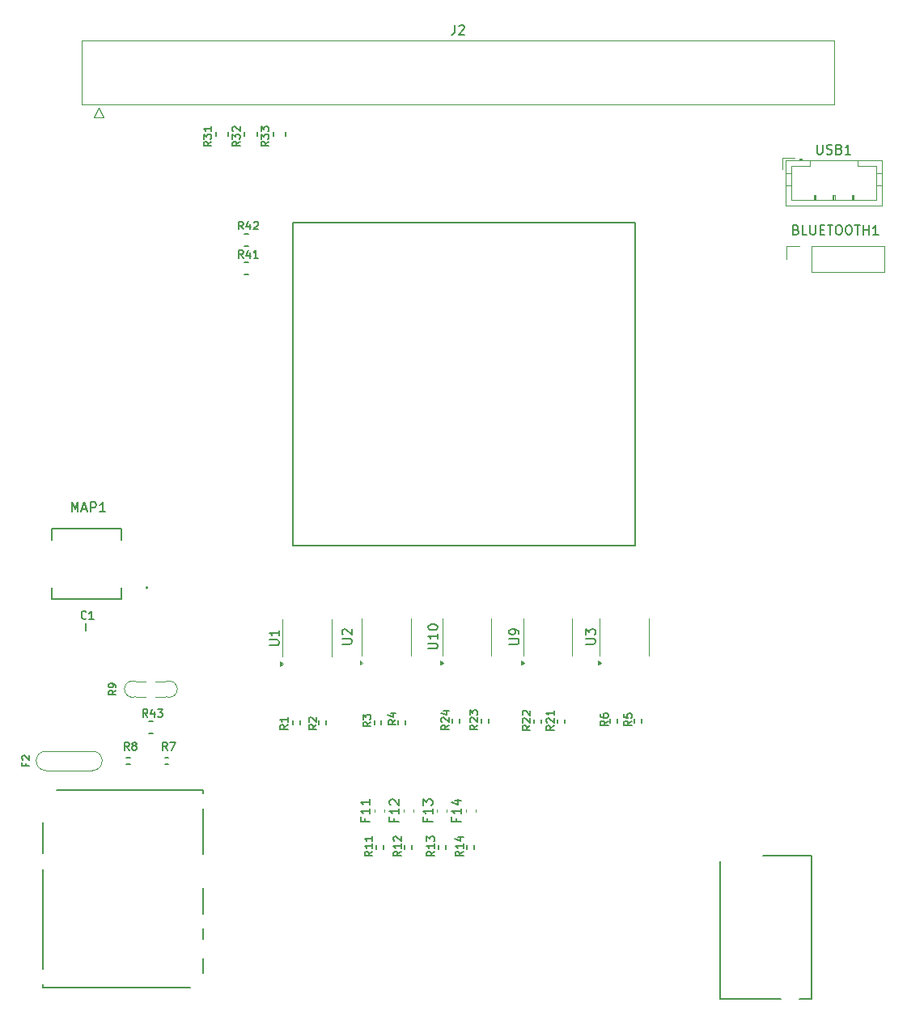
<source format=gto>
G04 #@! TF.GenerationSoftware,KiCad,Pcbnew,8.0.9-8.0.9-0~ubuntu24.04.1*
G04 #@! TF.CreationDate,2025-04-19T19:35:51+00:00*
G04 #@! TF.ProjectId,stabiljr,73746162-696c-46a7-922e-6b696361645f,V1*
G04 #@! TF.SameCoordinates,PX3a2c940PY8e93060*
G04 #@! TF.FileFunction,Legend,Top*
G04 #@! TF.FilePolarity,Positive*
%FSLAX46Y46*%
G04 Gerber Fmt 4.6, Leading zero omitted, Abs format (unit mm)*
G04 Created by KiCad (PCBNEW 8.0.9-8.0.9-0~ubuntu24.04.1) date 2025-04-19 19:35:51*
%MOMM*%
%LPD*%
G01*
G04 APERTURE LIST*
%ADD10C,0.170000*%
%ADD11C,0.150000*%
%ADD12C,0.127000*%
%ADD13C,0.203200*%
%ADD14C,0.200000*%
%ADD15C,0.099060*%
%ADD16C,0.120000*%
G04 APERTURE END LIST*
D10*
X31385808Y33775652D02*
X30995332Y33502319D01*
X31385808Y33307081D02*
X30565808Y33307081D01*
X30565808Y33307081D02*
X30565808Y33619462D01*
X30565808Y33619462D02*
X30604856Y33697557D01*
X30604856Y33697557D02*
X30643903Y33736604D01*
X30643903Y33736604D02*
X30721999Y33775652D01*
X30721999Y33775652D02*
X30839141Y33775652D01*
X30839141Y33775652D02*
X30917237Y33736604D01*
X30917237Y33736604D02*
X30956284Y33697557D01*
X30956284Y33697557D02*
X30995332Y33619462D01*
X30995332Y33619462D02*
X30995332Y33307081D01*
X31385808Y34556604D02*
X31385808Y34088033D01*
X31385808Y34322319D02*
X30565808Y34322319D01*
X30565808Y34322319D02*
X30682951Y34244223D01*
X30682951Y34244223D02*
X30761046Y34166128D01*
X30761046Y34166128D02*
X30800094Y34088033D01*
X56736985Y33690093D02*
X56346509Y33416760D01*
X56736985Y33221522D02*
X55916985Y33221522D01*
X55916985Y33221522D02*
X55916985Y33533903D01*
X55916985Y33533903D02*
X55956033Y33611998D01*
X55956033Y33611998D02*
X55995080Y33651045D01*
X55995080Y33651045D02*
X56073176Y33690093D01*
X56073176Y33690093D02*
X56190318Y33690093D01*
X56190318Y33690093D02*
X56268414Y33651045D01*
X56268414Y33651045D02*
X56307461Y33611998D01*
X56307461Y33611998D02*
X56346509Y33533903D01*
X56346509Y33533903D02*
X56346509Y33221522D01*
X55995080Y34002474D02*
X55956033Y34041522D01*
X55956033Y34041522D02*
X55916985Y34119617D01*
X55916985Y34119617D02*
X55916985Y34314855D01*
X55916985Y34314855D02*
X55956033Y34392950D01*
X55956033Y34392950D02*
X55995080Y34431998D01*
X55995080Y34431998D02*
X56073176Y34471045D01*
X56073176Y34471045D02*
X56151271Y34471045D01*
X56151271Y34471045D02*
X56268414Y34431998D01*
X56268414Y34431998D02*
X56736985Y33963426D01*
X56736985Y33963426D02*
X56736985Y34471045D01*
X55995080Y34783426D02*
X55956033Y34822474D01*
X55956033Y34822474D02*
X55916985Y34900569D01*
X55916985Y34900569D02*
X55916985Y35095807D01*
X55916985Y35095807D02*
X55956033Y35173902D01*
X55956033Y35173902D02*
X55995080Y35212950D01*
X55995080Y35212950D02*
X56073176Y35251997D01*
X56073176Y35251997D02*
X56151271Y35251997D01*
X56151271Y35251997D02*
X56268414Y35212950D01*
X56268414Y35212950D02*
X56736985Y34744378D01*
X56736985Y34744378D02*
X56736985Y35251997D01*
D11*
X8761905Y56045181D02*
X8761905Y57045181D01*
X8761905Y57045181D02*
X9095238Y56330896D01*
X9095238Y56330896D02*
X9428571Y57045181D01*
X9428571Y57045181D02*
X9428571Y56045181D01*
X9857143Y56330896D02*
X10333333Y56330896D01*
X9761905Y56045181D02*
X10095238Y57045181D01*
X10095238Y57045181D02*
X10428571Y56045181D01*
X10761905Y56045181D02*
X10761905Y57045181D01*
X10761905Y57045181D02*
X11142857Y57045181D01*
X11142857Y57045181D02*
X11238095Y56997562D01*
X11238095Y56997562D02*
X11285714Y56949943D01*
X11285714Y56949943D02*
X11333333Y56854705D01*
X11333333Y56854705D02*
X11333333Y56711848D01*
X11333333Y56711848D02*
X11285714Y56616610D01*
X11285714Y56616610D02*
X11238095Y56568991D01*
X11238095Y56568991D02*
X11142857Y56521372D01*
X11142857Y56521372D02*
X10761905Y56521372D01*
X12285714Y56045181D02*
X11714286Y56045181D01*
X12000000Y56045181D02*
X12000000Y57045181D01*
X12000000Y57045181D02*
X11904762Y56902324D01*
X11904762Y56902324D02*
X11809524Y56807086D01*
X11809524Y56807086D02*
X11714286Y56759467D01*
D12*
X13395890Y37373001D02*
X13033033Y37119001D01*
X13395890Y36937572D02*
X12633890Y36937572D01*
X12633890Y36937572D02*
X12633890Y37227858D01*
X12633890Y37227858D02*
X12670176Y37300429D01*
X12670176Y37300429D02*
X12706462Y37336715D01*
X12706462Y37336715D02*
X12779033Y37373001D01*
X12779033Y37373001D02*
X12887890Y37373001D01*
X12887890Y37373001D02*
X12960462Y37336715D01*
X12960462Y37336715D02*
X12996747Y37300429D01*
X12996747Y37300429D02*
X13033033Y37227858D01*
X13033033Y37227858D02*
X13033033Y36937572D01*
X13395890Y37735858D02*
X13395890Y37881001D01*
X13395890Y37881001D02*
X13359605Y37953572D01*
X13359605Y37953572D02*
X13323319Y37989858D01*
X13323319Y37989858D02*
X13214462Y38062429D01*
X13214462Y38062429D02*
X13069319Y38098715D01*
X13069319Y38098715D02*
X12779033Y38098715D01*
X12779033Y38098715D02*
X12706462Y38062429D01*
X12706462Y38062429D02*
X12670176Y38026143D01*
X12670176Y38026143D02*
X12633890Y37953572D01*
X12633890Y37953572D02*
X12633890Y37808429D01*
X12633890Y37808429D02*
X12670176Y37735858D01*
X12670176Y37735858D02*
X12706462Y37699572D01*
X12706462Y37699572D02*
X12779033Y37663286D01*
X12779033Y37663286D02*
X12960462Y37663286D01*
X12960462Y37663286D02*
X13033033Y37699572D01*
X13033033Y37699572D02*
X13069319Y37735858D01*
X13069319Y37735858D02*
X13105605Y37808429D01*
X13105605Y37808429D02*
X13105605Y37953572D01*
X13105605Y37953572D02*
X13069319Y38026143D01*
X13069319Y38026143D02*
X13033033Y38062429D01*
X13033033Y38062429D02*
X12960462Y38098715D01*
D10*
X40236985Y20540093D02*
X39846509Y20266760D01*
X40236985Y20071522D02*
X39416985Y20071522D01*
X39416985Y20071522D02*
X39416985Y20383903D01*
X39416985Y20383903D02*
X39456033Y20461998D01*
X39456033Y20461998D02*
X39495080Y20501045D01*
X39495080Y20501045D02*
X39573176Y20540093D01*
X39573176Y20540093D02*
X39690318Y20540093D01*
X39690318Y20540093D02*
X39768414Y20501045D01*
X39768414Y20501045D02*
X39807461Y20461998D01*
X39807461Y20461998D02*
X39846509Y20383903D01*
X39846509Y20383903D02*
X39846509Y20071522D01*
X40236985Y21321045D02*
X40236985Y20852474D01*
X40236985Y21086760D02*
X39416985Y21086760D01*
X39416985Y21086760D02*
X39534128Y21008664D01*
X39534128Y21008664D02*
X39612223Y20930569D01*
X39612223Y20930569D02*
X39651271Y20852474D01*
X40236985Y22101997D02*
X40236985Y21633426D01*
X40236985Y21867712D02*
X39416985Y21867712D01*
X39416985Y21867712D02*
X39534128Y21789616D01*
X39534128Y21789616D02*
X39612223Y21711521D01*
X39612223Y21711521D02*
X39651271Y21633426D01*
X49736985Y20540093D02*
X49346509Y20266760D01*
X49736985Y20071522D02*
X48916985Y20071522D01*
X48916985Y20071522D02*
X48916985Y20383903D01*
X48916985Y20383903D02*
X48956033Y20461998D01*
X48956033Y20461998D02*
X48995080Y20501045D01*
X48995080Y20501045D02*
X49073176Y20540093D01*
X49073176Y20540093D02*
X49190318Y20540093D01*
X49190318Y20540093D02*
X49268414Y20501045D01*
X49268414Y20501045D02*
X49307461Y20461998D01*
X49307461Y20461998D02*
X49346509Y20383903D01*
X49346509Y20383903D02*
X49346509Y20071522D01*
X49736985Y21321045D02*
X49736985Y20852474D01*
X49736985Y21086760D02*
X48916985Y21086760D01*
X48916985Y21086760D02*
X49034128Y21008664D01*
X49034128Y21008664D02*
X49112223Y20930569D01*
X49112223Y20930569D02*
X49151271Y20852474D01*
X49190318Y22023902D02*
X49736985Y22023902D01*
X48877938Y21828664D02*
X49463652Y21633426D01*
X49463652Y21633426D02*
X49463652Y22141045D01*
D11*
X39471009Y23977977D02*
X39471009Y23644644D01*
X39994819Y23644644D02*
X38994819Y23644644D01*
X38994819Y23644644D02*
X38994819Y24120834D01*
X39994819Y25025596D02*
X39994819Y24454168D01*
X39994819Y24739882D02*
X38994819Y24739882D01*
X38994819Y24739882D02*
X39137676Y24644644D01*
X39137676Y24644644D02*
X39232914Y24549406D01*
X39232914Y24549406D02*
X39280533Y24454168D01*
X39994819Y25977977D02*
X39994819Y25406549D01*
X39994819Y25692263D02*
X38994819Y25692263D01*
X38994819Y25692263D02*
X39137676Y25597025D01*
X39137676Y25597025D02*
X39232914Y25501787D01*
X39232914Y25501787D02*
X39280533Y25406549D01*
X37049819Y42213096D02*
X37859342Y42213096D01*
X37859342Y42213096D02*
X37954580Y42260715D01*
X37954580Y42260715D02*
X38002200Y42308334D01*
X38002200Y42308334D02*
X38049819Y42403572D01*
X38049819Y42403572D02*
X38049819Y42594048D01*
X38049819Y42594048D02*
X38002200Y42689286D01*
X38002200Y42689286D02*
X37954580Y42736905D01*
X37954580Y42736905D02*
X37859342Y42784524D01*
X37859342Y42784524D02*
X37049819Y42784524D01*
X37145057Y43213096D02*
X37097438Y43260715D01*
X37097438Y43260715D02*
X37049819Y43355953D01*
X37049819Y43355953D02*
X37049819Y43594048D01*
X37049819Y43594048D02*
X37097438Y43689286D01*
X37097438Y43689286D02*
X37145057Y43736905D01*
X37145057Y43736905D02*
X37240295Y43784524D01*
X37240295Y43784524D02*
X37335533Y43784524D01*
X37335533Y43784524D02*
X37478390Y43736905D01*
X37478390Y43736905D02*
X38049819Y43165477D01*
X38049819Y43165477D02*
X38049819Y43784524D01*
D10*
X26390807Y94775653D02*
X26000331Y94502319D01*
X26390807Y94307081D02*
X25570806Y94307081D01*
X25570806Y94307081D02*
X25570806Y94619462D01*
X25570806Y94619462D02*
X25609854Y94697557D01*
X25609854Y94697557D02*
X25648902Y94736605D01*
X25648902Y94736605D02*
X25726997Y94775653D01*
X25726997Y94775653D02*
X25844140Y94775653D01*
X25844140Y94775653D02*
X25922235Y94736605D01*
X25922235Y94736605D02*
X25961283Y94697557D01*
X25961283Y94697557D02*
X26000331Y94619462D01*
X26000331Y94619462D02*
X26000331Y94307081D01*
X25570806Y95048986D02*
X25570806Y95556606D01*
X25570806Y95556606D02*
X25883188Y95283272D01*
X25883188Y95283272D02*
X25883188Y95400415D01*
X25883188Y95400415D02*
X25922235Y95478511D01*
X25922235Y95478511D02*
X25961283Y95517558D01*
X25961283Y95517558D02*
X26039378Y95556606D01*
X26039378Y95556606D02*
X26234617Y95556606D01*
X26234617Y95556606D02*
X26312712Y95517558D01*
X26312712Y95517558D02*
X26351760Y95478511D01*
X26351760Y95478511D02*
X26390807Y95400415D01*
X26390807Y95400415D02*
X26390807Y95166129D01*
X26390807Y95166129D02*
X26351760Y95088034D01*
X26351760Y95088034D02*
X26312712Y95048986D01*
X25648902Y95868987D02*
X25609854Y95908035D01*
X25609854Y95908035D02*
X25570806Y95986130D01*
X25570806Y95986130D02*
X25570806Y96181368D01*
X25570806Y96181368D02*
X25609854Y96259464D01*
X25609854Y96259464D02*
X25648902Y96298511D01*
X25648902Y96298511D02*
X25726997Y96337559D01*
X25726997Y96337559D02*
X25805092Y96337559D01*
X25805092Y96337559D02*
X25922235Y96298511D01*
X25922235Y96298511D02*
X26390807Y95829939D01*
X26390807Y95829939D02*
X26390807Y96337559D01*
X42685808Y34275652D02*
X42295332Y34002319D01*
X42685808Y33807081D02*
X41865808Y33807081D01*
X41865808Y33807081D02*
X41865808Y34119462D01*
X41865808Y34119462D02*
X41904856Y34197557D01*
X41904856Y34197557D02*
X41943903Y34236604D01*
X41943903Y34236604D02*
X42021999Y34275652D01*
X42021999Y34275652D02*
X42139141Y34275652D01*
X42139141Y34275652D02*
X42217237Y34236604D01*
X42217237Y34236604D02*
X42256284Y34197557D01*
X42256284Y34197557D02*
X42295332Y34119462D01*
X42295332Y34119462D02*
X42295332Y33807081D01*
X42139141Y34978509D02*
X42685808Y34978509D01*
X41826761Y34783271D02*
X42412475Y34588033D01*
X42412475Y34588033D02*
X42412475Y35095652D01*
X48236985Y33740093D02*
X47846509Y33466760D01*
X48236985Y33271522D02*
X47416985Y33271522D01*
X47416985Y33271522D02*
X47416985Y33583903D01*
X47416985Y33583903D02*
X47456033Y33661998D01*
X47456033Y33661998D02*
X47495080Y33701045D01*
X47495080Y33701045D02*
X47573176Y33740093D01*
X47573176Y33740093D02*
X47690318Y33740093D01*
X47690318Y33740093D02*
X47768414Y33701045D01*
X47768414Y33701045D02*
X47807461Y33661998D01*
X47807461Y33661998D02*
X47846509Y33583903D01*
X47846509Y33583903D02*
X47846509Y33271522D01*
X47495080Y34052474D02*
X47456033Y34091522D01*
X47456033Y34091522D02*
X47416985Y34169617D01*
X47416985Y34169617D02*
X47416985Y34364855D01*
X47416985Y34364855D02*
X47456033Y34442950D01*
X47456033Y34442950D02*
X47495080Y34481998D01*
X47495080Y34481998D02*
X47573176Y34521045D01*
X47573176Y34521045D02*
X47651271Y34521045D01*
X47651271Y34521045D02*
X47768414Y34481998D01*
X47768414Y34481998D02*
X48236985Y34013426D01*
X48236985Y34013426D02*
X48236985Y34521045D01*
X47690318Y35223902D02*
X48236985Y35223902D01*
X47377938Y35028664D02*
X47963652Y34833426D01*
X47963652Y34833426D02*
X47963652Y35341045D01*
D11*
X86761905Y94445181D02*
X86761905Y93635658D01*
X86761905Y93635658D02*
X86809524Y93540420D01*
X86809524Y93540420D02*
X86857143Y93492800D01*
X86857143Y93492800D02*
X86952381Y93445181D01*
X86952381Y93445181D02*
X87142857Y93445181D01*
X87142857Y93445181D02*
X87238095Y93492800D01*
X87238095Y93492800D02*
X87285714Y93540420D01*
X87285714Y93540420D02*
X87333333Y93635658D01*
X87333333Y93635658D02*
X87333333Y94445181D01*
X87761905Y93492800D02*
X87904762Y93445181D01*
X87904762Y93445181D02*
X88142857Y93445181D01*
X88142857Y93445181D02*
X88238095Y93492800D01*
X88238095Y93492800D02*
X88285714Y93540420D01*
X88285714Y93540420D02*
X88333333Y93635658D01*
X88333333Y93635658D02*
X88333333Y93730896D01*
X88333333Y93730896D02*
X88285714Y93826134D01*
X88285714Y93826134D02*
X88238095Y93873753D01*
X88238095Y93873753D02*
X88142857Y93921372D01*
X88142857Y93921372D02*
X87952381Y93968991D01*
X87952381Y93968991D02*
X87857143Y94016610D01*
X87857143Y94016610D02*
X87809524Y94064229D01*
X87809524Y94064229D02*
X87761905Y94159467D01*
X87761905Y94159467D02*
X87761905Y94254705D01*
X87761905Y94254705D02*
X87809524Y94349943D01*
X87809524Y94349943D02*
X87857143Y94397562D01*
X87857143Y94397562D02*
X87952381Y94445181D01*
X87952381Y94445181D02*
X88190476Y94445181D01*
X88190476Y94445181D02*
X88333333Y94397562D01*
X89095238Y93968991D02*
X89238095Y93921372D01*
X89238095Y93921372D02*
X89285714Y93873753D01*
X89285714Y93873753D02*
X89333333Y93778515D01*
X89333333Y93778515D02*
X89333333Y93635658D01*
X89333333Y93635658D02*
X89285714Y93540420D01*
X89285714Y93540420D02*
X89238095Y93492800D01*
X89238095Y93492800D02*
X89142857Y93445181D01*
X89142857Y93445181D02*
X88761905Y93445181D01*
X88761905Y93445181D02*
X88761905Y94445181D01*
X88761905Y94445181D02*
X89095238Y94445181D01*
X89095238Y94445181D02*
X89190476Y94397562D01*
X89190476Y94397562D02*
X89238095Y94349943D01*
X89238095Y94349943D02*
X89285714Y94254705D01*
X89285714Y94254705D02*
X89285714Y94159467D01*
X89285714Y94159467D02*
X89238095Y94064229D01*
X89238095Y94064229D02*
X89190476Y94016610D01*
X89190476Y94016610D02*
X89095238Y93968991D01*
X89095238Y93968991D02*
X88761905Y93968991D01*
X90285714Y93445181D02*
X89714286Y93445181D01*
X90000000Y93445181D02*
X90000000Y94445181D01*
X90000000Y94445181D02*
X89904762Y94302324D01*
X89904762Y94302324D02*
X89809524Y94207086D01*
X89809524Y94207086D02*
X89714286Y94159467D01*
D10*
X40060808Y34077247D02*
X39670332Y33803914D01*
X40060808Y33608676D02*
X39240808Y33608676D01*
X39240808Y33608676D02*
X39240808Y33921057D01*
X39240808Y33921057D02*
X39279856Y33999152D01*
X39279856Y33999152D02*
X39318903Y34038199D01*
X39318903Y34038199D02*
X39396999Y34077247D01*
X39396999Y34077247D02*
X39514141Y34077247D01*
X39514141Y34077247D02*
X39592237Y34038199D01*
X39592237Y34038199D02*
X39631284Y33999152D01*
X39631284Y33999152D02*
X39670332Y33921057D01*
X39670332Y33921057D02*
X39670332Y33608676D01*
X39240808Y34350580D02*
X39240808Y34858199D01*
X39240808Y34858199D02*
X39553189Y34584866D01*
X39553189Y34584866D02*
X39553189Y34702009D01*
X39553189Y34702009D02*
X39592237Y34780104D01*
X39592237Y34780104D02*
X39631284Y34819152D01*
X39631284Y34819152D02*
X39709380Y34858199D01*
X39709380Y34858199D02*
X39904618Y34858199D01*
X39904618Y34858199D02*
X39982713Y34819152D01*
X39982713Y34819152D02*
X40021761Y34780104D01*
X40021761Y34780104D02*
X40060808Y34702009D01*
X40060808Y34702009D02*
X40060808Y34467723D01*
X40060808Y34467723D02*
X40021761Y34389628D01*
X40021761Y34389628D02*
X39982713Y34350580D01*
X67390808Y34175652D02*
X67000332Y33902319D01*
X67390808Y33707081D02*
X66570808Y33707081D01*
X66570808Y33707081D02*
X66570808Y34019462D01*
X66570808Y34019462D02*
X66609856Y34097557D01*
X66609856Y34097557D02*
X66648903Y34136604D01*
X66648903Y34136604D02*
X66726999Y34175652D01*
X66726999Y34175652D02*
X66844141Y34175652D01*
X66844141Y34175652D02*
X66922237Y34136604D01*
X66922237Y34136604D02*
X66961284Y34097557D01*
X66961284Y34097557D02*
X67000332Y34019462D01*
X67000332Y34019462D02*
X67000332Y33707081D01*
X66570808Y34917557D02*
X66570808Y34527081D01*
X66570808Y34527081D02*
X66961284Y34488033D01*
X66961284Y34488033D02*
X66922237Y34527081D01*
X66922237Y34527081D02*
X66883189Y34605176D01*
X66883189Y34605176D02*
X66883189Y34800414D01*
X66883189Y34800414D02*
X66922237Y34878509D01*
X66922237Y34878509D02*
X66961284Y34917557D01*
X66961284Y34917557D02*
X67039380Y34956604D01*
X67039380Y34956604D02*
X67234618Y34956604D01*
X67234618Y34956604D02*
X67312713Y34917557D01*
X67312713Y34917557D02*
X67351761Y34878509D01*
X67351761Y34878509D02*
X67390808Y34800414D01*
X67390808Y34800414D02*
X67390808Y34605176D01*
X67390808Y34605176D02*
X67351761Y34527081D01*
X67351761Y34527081D02*
X67312713Y34488033D01*
X23390807Y94775653D02*
X23000331Y94502319D01*
X23390807Y94307081D02*
X22570806Y94307081D01*
X22570806Y94307081D02*
X22570806Y94619462D01*
X22570806Y94619462D02*
X22609854Y94697557D01*
X22609854Y94697557D02*
X22648902Y94736605D01*
X22648902Y94736605D02*
X22726997Y94775653D01*
X22726997Y94775653D02*
X22844140Y94775653D01*
X22844140Y94775653D02*
X22922235Y94736605D01*
X22922235Y94736605D02*
X22961283Y94697557D01*
X22961283Y94697557D02*
X23000331Y94619462D01*
X23000331Y94619462D02*
X23000331Y94307081D01*
X22570806Y95048986D02*
X22570806Y95556606D01*
X22570806Y95556606D02*
X22883188Y95283272D01*
X22883188Y95283272D02*
X22883188Y95400415D01*
X22883188Y95400415D02*
X22922235Y95478511D01*
X22922235Y95478511D02*
X22961283Y95517558D01*
X22961283Y95517558D02*
X23039378Y95556606D01*
X23039378Y95556606D02*
X23234617Y95556606D01*
X23234617Y95556606D02*
X23312712Y95517558D01*
X23312712Y95517558D02*
X23351760Y95478511D01*
X23351760Y95478511D02*
X23390807Y95400415D01*
X23390807Y95400415D02*
X23390807Y95166129D01*
X23390807Y95166129D02*
X23351760Y95088034D01*
X23351760Y95088034D02*
X23312712Y95048986D01*
X23390807Y96337559D02*
X23390807Y95868987D01*
X23390807Y96103273D02*
X22570806Y96103273D01*
X22570806Y96103273D02*
X22687949Y96025178D01*
X22687949Y96025178D02*
X22766045Y95947082D01*
X22766045Y95947082D02*
X22805092Y95868987D01*
X26711957Y82588153D02*
X26438623Y82978629D01*
X26243385Y82588153D02*
X26243385Y83408154D01*
X26243385Y83408154D02*
X26555766Y83408154D01*
X26555766Y83408154D02*
X26633862Y83369106D01*
X26633862Y83369106D02*
X26672909Y83330058D01*
X26672909Y83330058D02*
X26711957Y83251963D01*
X26711957Y83251963D02*
X26711957Y83134820D01*
X26711957Y83134820D02*
X26672909Y83056725D01*
X26672909Y83056725D02*
X26633862Y83017677D01*
X26633862Y83017677D02*
X26555766Y82978629D01*
X26555766Y82978629D02*
X26243385Y82978629D01*
X27414815Y83134820D02*
X27414815Y82588153D01*
X27219577Y83447201D02*
X27024338Y82861486D01*
X27024338Y82861486D02*
X27531958Y82861486D01*
X28273863Y82588153D02*
X27805291Y82588153D01*
X28039577Y82588153D02*
X28039577Y83408154D01*
X28039577Y83408154D02*
X27961482Y83291011D01*
X27961482Y83291011D02*
X27883387Y83212915D01*
X27883387Y83212915D02*
X27805291Y83173868D01*
X43236985Y20540093D02*
X42846509Y20266760D01*
X43236985Y20071522D02*
X42416985Y20071522D01*
X42416985Y20071522D02*
X42416985Y20383903D01*
X42416985Y20383903D02*
X42456033Y20461998D01*
X42456033Y20461998D02*
X42495080Y20501045D01*
X42495080Y20501045D02*
X42573176Y20540093D01*
X42573176Y20540093D02*
X42690318Y20540093D01*
X42690318Y20540093D02*
X42768414Y20501045D01*
X42768414Y20501045D02*
X42807461Y20461998D01*
X42807461Y20461998D02*
X42846509Y20383903D01*
X42846509Y20383903D02*
X42846509Y20071522D01*
X43236985Y21321045D02*
X43236985Y20852474D01*
X43236985Y21086760D02*
X42416985Y21086760D01*
X42416985Y21086760D02*
X42534128Y21008664D01*
X42534128Y21008664D02*
X42612223Y20930569D01*
X42612223Y20930569D02*
X42651271Y20852474D01*
X42495080Y21633426D02*
X42456033Y21672474D01*
X42456033Y21672474D02*
X42416985Y21750569D01*
X42416985Y21750569D02*
X42416985Y21945807D01*
X42416985Y21945807D02*
X42456033Y22023902D01*
X42456033Y22023902D02*
X42495080Y22062950D01*
X42495080Y22062950D02*
X42573176Y22101997D01*
X42573176Y22101997D02*
X42651271Y22101997D01*
X42651271Y22101997D02*
X42768414Y22062950D01*
X42768414Y22062950D02*
X43236985Y21594378D01*
X43236985Y21594378D02*
X43236985Y22101997D01*
X26711957Y85588153D02*
X26438623Y85978629D01*
X26243385Y85588153D02*
X26243385Y86408154D01*
X26243385Y86408154D02*
X26555766Y86408154D01*
X26555766Y86408154D02*
X26633862Y86369106D01*
X26633862Y86369106D02*
X26672909Y86330058D01*
X26672909Y86330058D02*
X26711957Y86251963D01*
X26711957Y86251963D02*
X26711957Y86134820D01*
X26711957Y86134820D02*
X26672909Y86056725D01*
X26672909Y86056725D02*
X26633862Y86017677D01*
X26633862Y86017677D02*
X26555766Y85978629D01*
X26555766Y85978629D02*
X26243385Y85978629D01*
X27414815Y86134820D02*
X27414815Y85588153D01*
X27219577Y86447201D02*
X27024338Y85861486D01*
X27024338Y85861486D02*
X27531958Y85861486D01*
X27805291Y86330058D02*
X27844339Y86369106D01*
X27844339Y86369106D02*
X27922434Y86408154D01*
X27922434Y86408154D02*
X28117673Y86408154D01*
X28117673Y86408154D02*
X28195768Y86369106D01*
X28195768Y86369106D02*
X28234816Y86330058D01*
X28234816Y86330058D02*
X28273863Y86251963D01*
X28273863Y86251963D02*
X28273863Y86173868D01*
X28273863Y86173868D02*
X28234816Y86056725D01*
X28234816Y86056725D02*
X27766244Y85588153D01*
X27766244Y85588153D02*
X28273863Y85588153D01*
D11*
X54549819Y42213096D02*
X55359342Y42213096D01*
X55359342Y42213096D02*
X55454580Y42260715D01*
X55454580Y42260715D02*
X55502200Y42308334D01*
X55502200Y42308334D02*
X55549819Y42403572D01*
X55549819Y42403572D02*
X55549819Y42594048D01*
X55549819Y42594048D02*
X55502200Y42689286D01*
X55502200Y42689286D02*
X55454580Y42736905D01*
X55454580Y42736905D02*
X55359342Y42784524D01*
X55359342Y42784524D02*
X54549819Y42784524D01*
X55549819Y43308334D02*
X55549819Y43498810D01*
X55549819Y43498810D02*
X55502200Y43594048D01*
X55502200Y43594048D02*
X55454580Y43641667D01*
X55454580Y43641667D02*
X55311723Y43736905D01*
X55311723Y43736905D02*
X55121247Y43784524D01*
X55121247Y43784524D02*
X54740295Y43784524D01*
X54740295Y43784524D02*
X54645057Y43736905D01*
X54645057Y43736905D02*
X54597438Y43689286D01*
X54597438Y43689286D02*
X54549819Y43594048D01*
X54549819Y43594048D02*
X54549819Y43403572D01*
X54549819Y43403572D02*
X54597438Y43308334D01*
X54597438Y43308334D02*
X54645057Y43260715D01*
X54645057Y43260715D02*
X54740295Y43213096D01*
X54740295Y43213096D02*
X54978390Y43213096D01*
X54978390Y43213096D02*
X55073628Y43260715D01*
X55073628Y43260715D02*
X55121247Y43308334D01*
X55121247Y43308334D02*
X55168866Y43403572D01*
X55168866Y43403572D02*
X55168866Y43594048D01*
X55168866Y43594048D02*
X55121247Y43689286D01*
X55121247Y43689286D02*
X55073628Y43736905D01*
X55073628Y43736905D02*
X54978390Y43784524D01*
D10*
X16711957Y34588153D02*
X16438623Y34978629D01*
X16243385Y34588153D02*
X16243385Y35408154D01*
X16243385Y35408154D02*
X16555766Y35408154D01*
X16555766Y35408154D02*
X16633862Y35369106D01*
X16633862Y35369106D02*
X16672909Y35330058D01*
X16672909Y35330058D02*
X16711957Y35251963D01*
X16711957Y35251963D02*
X16711957Y35134820D01*
X16711957Y35134820D02*
X16672909Y35056725D01*
X16672909Y35056725D02*
X16633862Y35017677D01*
X16633862Y35017677D02*
X16555766Y34978629D01*
X16555766Y34978629D02*
X16243385Y34978629D01*
X17414815Y35134820D02*
X17414815Y34588153D01*
X17219577Y35447201D02*
X17024338Y34861486D01*
X17024338Y34861486D02*
X17531958Y34861486D01*
X17766244Y35408154D02*
X18273863Y35408154D01*
X18273863Y35408154D02*
X18000530Y35095772D01*
X18000530Y35095772D02*
X18117673Y35095772D01*
X18117673Y35095772D02*
X18195768Y35056725D01*
X18195768Y35056725D02*
X18234816Y35017677D01*
X18234816Y35017677D02*
X18273863Y34939582D01*
X18273863Y34939582D02*
X18273863Y34744343D01*
X18273863Y34744343D02*
X18234816Y34666248D01*
X18234816Y34666248D02*
X18195768Y34627200D01*
X18195768Y34627200D02*
X18117673Y34588153D01*
X18117673Y34588153D02*
X17883387Y34588153D01*
X17883387Y34588153D02*
X17805291Y34627200D01*
X17805291Y34627200D02*
X17766244Y34666248D01*
D11*
X49001009Y23977977D02*
X49001009Y23644644D01*
X49524819Y23644644D02*
X48524819Y23644644D01*
X48524819Y23644644D02*
X48524819Y24120834D01*
X49524819Y25025596D02*
X49524819Y24454168D01*
X49524819Y24739882D02*
X48524819Y24739882D01*
X48524819Y24739882D02*
X48667676Y24644644D01*
X48667676Y24644644D02*
X48762914Y24549406D01*
X48762914Y24549406D02*
X48810533Y24454168D01*
X48858152Y25882739D02*
X49524819Y25882739D01*
X48477200Y25644644D02*
X49191485Y25406549D01*
X49191485Y25406549D02*
X49191485Y26025596D01*
D12*
X3946768Y29746001D02*
X3946768Y29492001D01*
X4345911Y29492001D02*
X3583911Y29492001D01*
X3583911Y29492001D02*
X3583911Y29854858D01*
X3656483Y30108858D02*
X3620197Y30145144D01*
X3620197Y30145144D02*
X3583911Y30217715D01*
X3583911Y30217715D02*
X3583911Y30399144D01*
X3583911Y30399144D02*
X3620197Y30471715D01*
X3620197Y30471715D02*
X3656483Y30508001D01*
X3656483Y30508001D02*
X3729054Y30544287D01*
X3729054Y30544287D02*
X3801626Y30544287D01*
X3801626Y30544287D02*
X3910483Y30508001D01*
X3910483Y30508001D02*
X4345911Y30072573D01*
X4345911Y30072573D02*
X4345911Y30544287D01*
D10*
X51236985Y33740093D02*
X50846509Y33466760D01*
X51236985Y33271522D02*
X50416985Y33271522D01*
X50416985Y33271522D02*
X50416985Y33583903D01*
X50416985Y33583903D02*
X50456033Y33661998D01*
X50456033Y33661998D02*
X50495080Y33701045D01*
X50495080Y33701045D02*
X50573176Y33740093D01*
X50573176Y33740093D02*
X50690318Y33740093D01*
X50690318Y33740093D02*
X50768414Y33701045D01*
X50768414Y33701045D02*
X50807461Y33661998D01*
X50807461Y33661998D02*
X50846509Y33583903D01*
X50846509Y33583903D02*
X50846509Y33271522D01*
X50495080Y34052474D02*
X50456033Y34091522D01*
X50456033Y34091522D02*
X50416985Y34169617D01*
X50416985Y34169617D02*
X50416985Y34364855D01*
X50416985Y34364855D02*
X50456033Y34442950D01*
X50456033Y34442950D02*
X50495080Y34481998D01*
X50495080Y34481998D02*
X50573176Y34521045D01*
X50573176Y34521045D02*
X50651271Y34521045D01*
X50651271Y34521045D02*
X50768414Y34481998D01*
X50768414Y34481998D02*
X51236985Y34013426D01*
X51236985Y34013426D02*
X51236985Y34521045D01*
X50416985Y34794378D02*
X50416985Y35301997D01*
X50416985Y35301997D02*
X50729366Y35028664D01*
X50729366Y35028664D02*
X50729366Y35145807D01*
X50729366Y35145807D02*
X50768414Y35223902D01*
X50768414Y35223902D02*
X50807461Y35262950D01*
X50807461Y35262950D02*
X50885557Y35301997D01*
X50885557Y35301997D02*
X51080795Y35301997D01*
X51080795Y35301997D02*
X51158890Y35262950D01*
X51158890Y35262950D02*
X51197938Y35223902D01*
X51197938Y35223902D02*
X51236985Y35145807D01*
X51236985Y35145807D02*
X51236985Y34911521D01*
X51236985Y34911521D02*
X51197938Y34833426D01*
X51197938Y34833426D02*
X51158890Y34794378D01*
D11*
X84560952Y85543991D02*
X84703809Y85496372D01*
X84703809Y85496372D02*
X84751428Y85448753D01*
X84751428Y85448753D02*
X84799047Y85353515D01*
X84799047Y85353515D02*
X84799047Y85210658D01*
X84799047Y85210658D02*
X84751428Y85115420D01*
X84751428Y85115420D02*
X84703809Y85067800D01*
X84703809Y85067800D02*
X84608571Y85020181D01*
X84608571Y85020181D02*
X84227619Y85020181D01*
X84227619Y85020181D02*
X84227619Y86020181D01*
X84227619Y86020181D02*
X84560952Y86020181D01*
X84560952Y86020181D02*
X84656190Y85972562D01*
X84656190Y85972562D02*
X84703809Y85924943D01*
X84703809Y85924943D02*
X84751428Y85829705D01*
X84751428Y85829705D02*
X84751428Y85734467D01*
X84751428Y85734467D02*
X84703809Y85639229D01*
X84703809Y85639229D02*
X84656190Y85591610D01*
X84656190Y85591610D02*
X84560952Y85543991D01*
X84560952Y85543991D02*
X84227619Y85543991D01*
X85703809Y85020181D02*
X85227619Y85020181D01*
X85227619Y85020181D02*
X85227619Y86020181D01*
X86037143Y86020181D02*
X86037143Y85210658D01*
X86037143Y85210658D02*
X86084762Y85115420D01*
X86084762Y85115420D02*
X86132381Y85067800D01*
X86132381Y85067800D02*
X86227619Y85020181D01*
X86227619Y85020181D02*
X86418095Y85020181D01*
X86418095Y85020181D02*
X86513333Y85067800D01*
X86513333Y85067800D02*
X86560952Y85115420D01*
X86560952Y85115420D02*
X86608571Y85210658D01*
X86608571Y85210658D02*
X86608571Y86020181D01*
X87084762Y85543991D02*
X87418095Y85543991D01*
X87560952Y85020181D02*
X87084762Y85020181D01*
X87084762Y85020181D02*
X87084762Y86020181D01*
X87084762Y86020181D02*
X87560952Y86020181D01*
X87846667Y86020181D02*
X88418095Y86020181D01*
X88132381Y85020181D02*
X88132381Y86020181D01*
X88941905Y86020181D02*
X89132381Y86020181D01*
X89132381Y86020181D02*
X89227619Y85972562D01*
X89227619Y85972562D02*
X89322857Y85877324D01*
X89322857Y85877324D02*
X89370476Y85686848D01*
X89370476Y85686848D02*
X89370476Y85353515D01*
X89370476Y85353515D02*
X89322857Y85163039D01*
X89322857Y85163039D02*
X89227619Y85067800D01*
X89227619Y85067800D02*
X89132381Y85020181D01*
X89132381Y85020181D02*
X88941905Y85020181D01*
X88941905Y85020181D02*
X88846667Y85067800D01*
X88846667Y85067800D02*
X88751429Y85163039D01*
X88751429Y85163039D02*
X88703810Y85353515D01*
X88703810Y85353515D02*
X88703810Y85686848D01*
X88703810Y85686848D02*
X88751429Y85877324D01*
X88751429Y85877324D02*
X88846667Y85972562D01*
X88846667Y85972562D02*
X88941905Y86020181D01*
X89989524Y86020181D02*
X90180000Y86020181D01*
X90180000Y86020181D02*
X90275238Y85972562D01*
X90275238Y85972562D02*
X90370476Y85877324D01*
X90370476Y85877324D02*
X90418095Y85686848D01*
X90418095Y85686848D02*
X90418095Y85353515D01*
X90418095Y85353515D02*
X90370476Y85163039D01*
X90370476Y85163039D02*
X90275238Y85067800D01*
X90275238Y85067800D02*
X90180000Y85020181D01*
X90180000Y85020181D02*
X89989524Y85020181D01*
X89989524Y85020181D02*
X89894286Y85067800D01*
X89894286Y85067800D02*
X89799048Y85163039D01*
X89799048Y85163039D02*
X89751429Y85353515D01*
X89751429Y85353515D02*
X89751429Y85686848D01*
X89751429Y85686848D02*
X89799048Y85877324D01*
X89799048Y85877324D02*
X89894286Y85972562D01*
X89894286Y85972562D02*
X89989524Y86020181D01*
X90703810Y86020181D02*
X91275238Y86020181D01*
X90989524Y85020181D02*
X90989524Y86020181D01*
X91608572Y85020181D02*
X91608572Y86020181D01*
X91608572Y85543991D02*
X92180000Y85543991D01*
X92180000Y85020181D02*
X92180000Y86020181D01*
X93180000Y85020181D02*
X92608572Y85020181D01*
X92894286Y85020181D02*
X92894286Y86020181D01*
X92894286Y86020181D02*
X92799048Y85877324D01*
X92799048Y85877324D02*
X92703810Y85782086D01*
X92703810Y85782086D02*
X92608572Y85734467D01*
D10*
X14775651Y31109192D02*
X14502318Y31499668D01*
X14307080Y31109192D02*
X14307080Y31929192D01*
X14307080Y31929192D02*
X14619461Y31929192D01*
X14619461Y31929192D02*
X14697556Y31890144D01*
X14697556Y31890144D02*
X14736603Y31851097D01*
X14736603Y31851097D02*
X14775651Y31773001D01*
X14775651Y31773001D02*
X14775651Y31655859D01*
X14775651Y31655859D02*
X14736603Y31577763D01*
X14736603Y31577763D02*
X14697556Y31538716D01*
X14697556Y31538716D02*
X14619461Y31499668D01*
X14619461Y31499668D02*
X14307080Y31499668D01*
X15244222Y31577763D02*
X15166127Y31616811D01*
X15166127Y31616811D02*
X15127080Y31655859D01*
X15127080Y31655859D02*
X15088032Y31733954D01*
X15088032Y31733954D02*
X15088032Y31773001D01*
X15088032Y31773001D02*
X15127080Y31851097D01*
X15127080Y31851097D02*
X15166127Y31890144D01*
X15166127Y31890144D02*
X15244222Y31929192D01*
X15244222Y31929192D02*
X15400413Y31929192D01*
X15400413Y31929192D02*
X15478508Y31890144D01*
X15478508Y31890144D02*
X15517556Y31851097D01*
X15517556Y31851097D02*
X15556603Y31773001D01*
X15556603Y31773001D02*
X15556603Y31733954D01*
X15556603Y31733954D02*
X15517556Y31655859D01*
X15517556Y31655859D02*
X15478508Y31616811D01*
X15478508Y31616811D02*
X15400413Y31577763D01*
X15400413Y31577763D02*
X15244222Y31577763D01*
X15244222Y31577763D02*
X15166127Y31538716D01*
X15166127Y31538716D02*
X15127080Y31499668D01*
X15127080Y31499668D02*
X15088032Y31421573D01*
X15088032Y31421573D02*
X15088032Y31265382D01*
X15088032Y31265382D02*
X15127080Y31187287D01*
X15127080Y31187287D02*
X15166127Y31148239D01*
X15166127Y31148239D02*
X15244222Y31109192D01*
X15244222Y31109192D02*
X15400413Y31109192D01*
X15400413Y31109192D02*
X15478508Y31148239D01*
X15478508Y31148239D02*
X15517556Y31187287D01*
X15517556Y31187287D02*
X15556603Y31265382D01*
X15556603Y31265382D02*
X15556603Y31421573D01*
X15556603Y31421573D02*
X15517556Y31499668D01*
X15517556Y31499668D02*
X15478508Y31538716D01*
X15478508Y31538716D02*
X15400413Y31577763D01*
X29390807Y94775653D02*
X29000331Y94502319D01*
X29390807Y94307081D02*
X28570806Y94307081D01*
X28570806Y94307081D02*
X28570806Y94619462D01*
X28570806Y94619462D02*
X28609854Y94697557D01*
X28609854Y94697557D02*
X28648902Y94736605D01*
X28648902Y94736605D02*
X28726997Y94775653D01*
X28726997Y94775653D02*
X28844140Y94775653D01*
X28844140Y94775653D02*
X28922235Y94736605D01*
X28922235Y94736605D02*
X28961283Y94697557D01*
X28961283Y94697557D02*
X29000331Y94619462D01*
X29000331Y94619462D02*
X29000331Y94307081D01*
X28570806Y95048986D02*
X28570806Y95556606D01*
X28570806Y95556606D02*
X28883188Y95283272D01*
X28883188Y95283272D02*
X28883188Y95400415D01*
X28883188Y95400415D02*
X28922235Y95478511D01*
X28922235Y95478511D02*
X28961283Y95517558D01*
X28961283Y95517558D02*
X29039378Y95556606D01*
X29039378Y95556606D02*
X29234617Y95556606D01*
X29234617Y95556606D02*
X29312712Y95517558D01*
X29312712Y95517558D02*
X29351760Y95478511D01*
X29351760Y95478511D02*
X29390807Y95400415D01*
X29390807Y95400415D02*
X29390807Y95166129D01*
X29390807Y95166129D02*
X29351760Y95088034D01*
X29351760Y95088034D02*
X29312712Y95048986D01*
X28570806Y95829939D02*
X28570806Y96337559D01*
X28570806Y96337559D02*
X28883188Y96064225D01*
X28883188Y96064225D02*
X28883188Y96181368D01*
X28883188Y96181368D02*
X28922235Y96259464D01*
X28922235Y96259464D02*
X28961283Y96298511D01*
X28961283Y96298511D02*
X29039378Y96337559D01*
X29039378Y96337559D02*
X29234617Y96337559D01*
X29234617Y96337559D02*
X29312712Y96298511D01*
X29312712Y96298511D02*
X29351760Y96259464D01*
X29351760Y96259464D02*
X29390807Y96181368D01*
X29390807Y96181368D02*
X29390807Y95947082D01*
X29390807Y95947082D02*
X29351760Y95868987D01*
X29351760Y95868987D02*
X29312712Y95829939D01*
D11*
X29444819Y42088096D02*
X30254342Y42088096D01*
X30254342Y42088096D02*
X30349580Y42135715D01*
X30349580Y42135715D02*
X30397200Y42183334D01*
X30397200Y42183334D02*
X30444819Y42278572D01*
X30444819Y42278572D02*
X30444819Y42469048D01*
X30444819Y42469048D02*
X30397200Y42564286D01*
X30397200Y42564286D02*
X30349580Y42611905D01*
X30349580Y42611905D02*
X30254342Y42659524D01*
X30254342Y42659524D02*
X29444819Y42659524D01*
X30444819Y43659524D02*
X30444819Y43088096D01*
X30444819Y43373810D02*
X29444819Y43373810D01*
X29444819Y43373810D02*
X29587676Y43278572D01*
X29587676Y43278572D02*
X29682914Y43183334D01*
X29682914Y43183334D02*
X29730533Y43088096D01*
D10*
X46736985Y20540093D02*
X46346509Y20266760D01*
X46736985Y20071522D02*
X45916985Y20071522D01*
X45916985Y20071522D02*
X45916985Y20383903D01*
X45916985Y20383903D02*
X45956033Y20461998D01*
X45956033Y20461998D02*
X45995080Y20501045D01*
X45995080Y20501045D02*
X46073176Y20540093D01*
X46073176Y20540093D02*
X46190318Y20540093D01*
X46190318Y20540093D02*
X46268414Y20501045D01*
X46268414Y20501045D02*
X46307461Y20461998D01*
X46307461Y20461998D02*
X46346509Y20383903D01*
X46346509Y20383903D02*
X46346509Y20071522D01*
X46736985Y21321045D02*
X46736985Y20852474D01*
X46736985Y21086760D02*
X45916985Y21086760D01*
X45916985Y21086760D02*
X46034128Y21008664D01*
X46034128Y21008664D02*
X46112223Y20930569D01*
X46112223Y20930569D02*
X46151271Y20852474D01*
X45916985Y21594378D02*
X45916985Y22101997D01*
X45916985Y22101997D02*
X46229366Y21828664D01*
X46229366Y21828664D02*
X46229366Y21945807D01*
X46229366Y21945807D02*
X46268414Y22023902D01*
X46268414Y22023902D02*
X46307461Y22062950D01*
X46307461Y22062950D02*
X46385557Y22101997D01*
X46385557Y22101997D02*
X46580795Y22101997D01*
X46580795Y22101997D02*
X46658890Y22062950D01*
X46658890Y22062950D02*
X46697938Y22023902D01*
X46697938Y22023902D02*
X46736985Y21945807D01*
X46736985Y21945807D02*
X46736985Y21711521D01*
X46736985Y21711521D02*
X46697938Y21633426D01*
X46697938Y21633426D02*
X46658890Y21594378D01*
X18775651Y31109192D02*
X18502318Y31499668D01*
X18307080Y31109192D02*
X18307080Y31929192D01*
X18307080Y31929192D02*
X18619461Y31929192D01*
X18619461Y31929192D02*
X18697556Y31890144D01*
X18697556Y31890144D02*
X18736603Y31851097D01*
X18736603Y31851097D02*
X18775651Y31773001D01*
X18775651Y31773001D02*
X18775651Y31655859D01*
X18775651Y31655859D02*
X18736603Y31577763D01*
X18736603Y31577763D02*
X18697556Y31538716D01*
X18697556Y31538716D02*
X18619461Y31499668D01*
X18619461Y31499668D02*
X18307080Y31499668D01*
X19048984Y31929192D02*
X19595651Y31929192D01*
X19595651Y31929192D02*
X19244222Y31109192D01*
X59236985Y33690093D02*
X58846509Y33416760D01*
X59236985Y33221522D02*
X58416985Y33221522D01*
X58416985Y33221522D02*
X58416985Y33533903D01*
X58416985Y33533903D02*
X58456033Y33611998D01*
X58456033Y33611998D02*
X58495080Y33651045D01*
X58495080Y33651045D02*
X58573176Y33690093D01*
X58573176Y33690093D02*
X58690318Y33690093D01*
X58690318Y33690093D02*
X58768414Y33651045D01*
X58768414Y33651045D02*
X58807461Y33611998D01*
X58807461Y33611998D02*
X58846509Y33533903D01*
X58846509Y33533903D02*
X58846509Y33221522D01*
X58495080Y34002474D02*
X58456033Y34041522D01*
X58456033Y34041522D02*
X58416985Y34119617D01*
X58416985Y34119617D02*
X58416985Y34314855D01*
X58416985Y34314855D02*
X58456033Y34392950D01*
X58456033Y34392950D02*
X58495080Y34431998D01*
X58495080Y34431998D02*
X58573176Y34471045D01*
X58573176Y34471045D02*
X58651271Y34471045D01*
X58651271Y34471045D02*
X58768414Y34431998D01*
X58768414Y34431998D02*
X59236985Y33963426D01*
X59236985Y33963426D02*
X59236985Y34471045D01*
X59236985Y35251997D02*
X59236985Y34783426D01*
X59236985Y35017712D02*
X58416985Y35017712D01*
X58416985Y35017712D02*
X58534128Y34939616D01*
X58534128Y34939616D02*
X58612223Y34861521D01*
X58612223Y34861521D02*
X58651271Y34783426D01*
D11*
X42501009Y23977977D02*
X42501009Y23644644D01*
X43024819Y23644644D02*
X42024819Y23644644D01*
X42024819Y23644644D02*
X42024819Y24120834D01*
X43024819Y25025596D02*
X43024819Y24454168D01*
X43024819Y24739882D02*
X42024819Y24739882D01*
X42024819Y24739882D02*
X42167676Y24644644D01*
X42167676Y24644644D02*
X42262914Y24549406D01*
X42262914Y24549406D02*
X42310533Y24454168D01*
X42120057Y25406549D02*
X42072438Y25454168D01*
X42072438Y25454168D02*
X42024819Y25549406D01*
X42024819Y25549406D02*
X42024819Y25787501D01*
X42024819Y25787501D02*
X42072438Y25882739D01*
X42072438Y25882739D02*
X42120057Y25930358D01*
X42120057Y25930358D02*
X42215295Y25977977D01*
X42215295Y25977977D02*
X42310533Y25977977D01*
X42310533Y25977977D02*
X42453390Y25930358D01*
X42453390Y25930358D02*
X43024819Y25358930D01*
X43024819Y25358930D02*
X43024819Y25977977D01*
D10*
X64890808Y34175652D02*
X64500332Y33902319D01*
X64890808Y33707081D02*
X64070808Y33707081D01*
X64070808Y33707081D02*
X64070808Y34019462D01*
X64070808Y34019462D02*
X64109856Y34097557D01*
X64109856Y34097557D02*
X64148903Y34136604D01*
X64148903Y34136604D02*
X64226999Y34175652D01*
X64226999Y34175652D02*
X64344141Y34175652D01*
X64344141Y34175652D02*
X64422237Y34136604D01*
X64422237Y34136604D02*
X64461284Y34097557D01*
X64461284Y34097557D02*
X64500332Y34019462D01*
X64500332Y34019462D02*
X64500332Y33707081D01*
X64070808Y34878509D02*
X64070808Y34722319D01*
X64070808Y34722319D02*
X64109856Y34644223D01*
X64109856Y34644223D02*
X64148903Y34605176D01*
X64148903Y34605176D02*
X64266046Y34527081D01*
X64266046Y34527081D02*
X64422237Y34488033D01*
X64422237Y34488033D02*
X64734618Y34488033D01*
X64734618Y34488033D02*
X64812713Y34527081D01*
X64812713Y34527081D02*
X64851761Y34566128D01*
X64851761Y34566128D02*
X64890808Y34644223D01*
X64890808Y34644223D02*
X64890808Y34800414D01*
X64890808Y34800414D02*
X64851761Y34878509D01*
X64851761Y34878509D02*
X64812713Y34917557D01*
X64812713Y34917557D02*
X64734618Y34956604D01*
X64734618Y34956604D02*
X64539380Y34956604D01*
X64539380Y34956604D02*
X64461284Y34917557D01*
X64461284Y34917557D02*
X64422237Y34878509D01*
X64422237Y34878509D02*
X64383189Y34800414D01*
X64383189Y34800414D02*
X64383189Y34644223D01*
X64383189Y34644223D02*
X64422237Y34566128D01*
X64422237Y34566128D02*
X64461284Y34527081D01*
X64461284Y34527081D02*
X64539380Y34488033D01*
D11*
X62549819Y42213096D02*
X63359342Y42213096D01*
X63359342Y42213096D02*
X63454580Y42260715D01*
X63454580Y42260715D02*
X63502200Y42308334D01*
X63502200Y42308334D02*
X63549819Y42403572D01*
X63549819Y42403572D02*
X63549819Y42594048D01*
X63549819Y42594048D02*
X63502200Y42689286D01*
X63502200Y42689286D02*
X63454580Y42736905D01*
X63454580Y42736905D02*
X63359342Y42784524D01*
X63359342Y42784524D02*
X62549819Y42784524D01*
X62549819Y43165477D02*
X62549819Y43784524D01*
X62549819Y43784524D02*
X62930771Y43451191D01*
X62930771Y43451191D02*
X62930771Y43594048D01*
X62930771Y43594048D02*
X62978390Y43689286D01*
X62978390Y43689286D02*
X63026009Y43736905D01*
X63026009Y43736905D02*
X63121247Y43784524D01*
X63121247Y43784524D02*
X63359342Y43784524D01*
X63359342Y43784524D02*
X63454580Y43736905D01*
X63454580Y43736905D02*
X63502200Y43689286D01*
X63502200Y43689286D02*
X63549819Y43594048D01*
X63549819Y43594048D02*
X63549819Y43308334D01*
X63549819Y43308334D02*
X63502200Y43213096D01*
X63502200Y43213096D02*
X63454580Y43165477D01*
X46001009Y23977977D02*
X46001009Y23644644D01*
X46524819Y23644644D02*
X45524819Y23644644D01*
X45524819Y23644644D02*
X45524819Y24120834D01*
X46524819Y25025596D02*
X46524819Y24454168D01*
X46524819Y24739882D02*
X45524819Y24739882D01*
X45524819Y24739882D02*
X45667676Y24644644D01*
X45667676Y24644644D02*
X45762914Y24549406D01*
X45762914Y24549406D02*
X45810533Y24454168D01*
X45524819Y25358930D02*
X45524819Y25977977D01*
X45524819Y25977977D02*
X45905771Y25644644D01*
X45905771Y25644644D02*
X45905771Y25787501D01*
X45905771Y25787501D02*
X45953390Y25882739D01*
X45953390Y25882739D02*
X46001009Y25930358D01*
X46001009Y25930358D02*
X46096247Y25977977D01*
X46096247Y25977977D02*
X46334342Y25977977D01*
X46334342Y25977977D02*
X46429580Y25930358D01*
X46429580Y25930358D02*
X46477200Y25882739D01*
X46477200Y25882739D02*
X46524819Y25787501D01*
X46524819Y25787501D02*
X46524819Y25501787D01*
X46524819Y25501787D02*
X46477200Y25406549D01*
X46477200Y25406549D02*
X46429580Y25358930D01*
X46049819Y41736906D02*
X46859342Y41736906D01*
X46859342Y41736906D02*
X46954580Y41784525D01*
X46954580Y41784525D02*
X47002200Y41832144D01*
X47002200Y41832144D02*
X47049819Y41927382D01*
X47049819Y41927382D02*
X47049819Y42117858D01*
X47049819Y42117858D02*
X47002200Y42213096D01*
X47002200Y42213096D02*
X46954580Y42260715D01*
X46954580Y42260715D02*
X46859342Y42308334D01*
X46859342Y42308334D02*
X46049819Y42308334D01*
X47049819Y43308334D02*
X47049819Y42736906D01*
X47049819Y43022620D02*
X46049819Y43022620D01*
X46049819Y43022620D02*
X46192676Y42927382D01*
X46192676Y42927382D02*
X46287914Y42832144D01*
X46287914Y42832144D02*
X46335533Y42736906D01*
X46049819Y43927382D02*
X46049819Y44022620D01*
X46049819Y44022620D02*
X46097438Y44117858D01*
X46097438Y44117858D02*
X46145057Y44165477D01*
X46145057Y44165477D02*
X46240295Y44213096D01*
X46240295Y44213096D02*
X46430771Y44260715D01*
X46430771Y44260715D02*
X46668866Y44260715D01*
X46668866Y44260715D02*
X46859342Y44213096D01*
X46859342Y44213096D02*
X46954580Y44165477D01*
X46954580Y44165477D02*
X47002200Y44117858D01*
X47002200Y44117858D02*
X47049819Y44022620D01*
X47049819Y44022620D02*
X47049819Y43927382D01*
X47049819Y43927382D02*
X47002200Y43832144D01*
X47002200Y43832144D02*
X46954580Y43784525D01*
X46954580Y43784525D02*
X46859342Y43736906D01*
X46859342Y43736906D02*
X46668866Y43689287D01*
X46668866Y43689287D02*
X46430771Y43689287D01*
X46430771Y43689287D02*
X46240295Y43736906D01*
X46240295Y43736906D02*
X46145057Y43784525D01*
X46145057Y43784525D02*
X46097438Y43832144D01*
X46097438Y43832144D02*
X46049819Y43927382D01*
D10*
X10277532Y44927418D02*
X10238484Y44888370D01*
X10238484Y44888370D02*
X10121341Y44849323D01*
X10121341Y44849323D02*
X10043246Y44849323D01*
X10043246Y44849323D02*
X9926103Y44888370D01*
X9926103Y44888370D02*
X9848008Y44966466D01*
X9848008Y44966466D02*
X9808960Y45044561D01*
X9808960Y45044561D02*
X9769912Y45200752D01*
X9769912Y45200752D02*
X9769912Y45317895D01*
X9769912Y45317895D02*
X9808960Y45474085D01*
X9808960Y45474085D02*
X9848008Y45552181D01*
X9848008Y45552181D02*
X9926103Y45630276D01*
X9926103Y45630276D02*
X10043246Y45669324D01*
X10043246Y45669324D02*
X10121341Y45669324D01*
X10121341Y45669324D02*
X10238484Y45630276D01*
X10238484Y45630276D02*
X10277532Y45591228D01*
X11058485Y44849323D02*
X10589913Y44849323D01*
X10824199Y44849323D02*
X10824199Y45669324D01*
X10824199Y45669324D02*
X10746104Y45552181D01*
X10746104Y45552181D02*
X10668009Y45474085D01*
X10668009Y45474085D02*
X10589913Y45435038D01*
D11*
X48846666Y106945181D02*
X48846666Y106230896D01*
X48846666Y106230896D02*
X48799047Y106088039D01*
X48799047Y106088039D02*
X48703809Y105992800D01*
X48703809Y105992800D02*
X48560952Y105945181D01*
X48560952Y105945181D02*
X48465714Y105945181D01*
X49275238Y106849943D02*
X49322857Y106897562D01*
X49322857Y106897562D02*
X49418095Y106945181D01*
X49418095Y106945181D02*
X49656190Y106945181D01*
X49656190Y106945181D02*
X49751428Y106897562D01*
X49751428Y106897562D02*
X49799047Y106849943D01*
X49799047Y106849943D02*
X49846666Y106754705D01*
X49846666Y106754705D02*
X49846666Y106659467D01*
X49846666Y106659467D02*
X49799047Y106516610D01*
X49799047Y106516610D02*
X49227619Y105945181D01*
X49227619Y105945181D02*
X49846666Y105945181D01*
D10*
X34385808Y33775652D02*
X33995332Y33502319D01*
X34385808Y33307081D02*
X33565808Y33307081D01*
X33565808Y33307081D02*
X33565808Y33619462D01*
X33565808Y33619462D02*
X33604856Y33697557D01*
X33604856Y33697557D02*
X33643903Y33736604D01*
X33643903Y33736604D02*
X33721999Y33775652D01*
X33721999Y33775652D02*
X33839141Y33775652D01*
X33839141Y33775652D02*
X33917237Y33736604D01*
X33917237Y33736604D02*
X33956284Y33697557D01*
X33956284Y33697557D02*
X33995332Y33619462D01*
X33995332Y33619462D02*
X33995332Y33307081D01*
X33643903Y34088033D02*
X33604856Y34127081D01*
X33604856Y34127081D02*
X33565808Y34205176D01*
X33565808Y34205176D02*
X33565808Y34400414D01*
X33565808Y34400414D02*
X33604856Y34478509D01*
X33604856Y34478509D02*
X33643903Y34517557D01*
X33643903Y34517557D02*
X33721999Y34556604D01*
X33721999Y34556604D02*
X33800094Y34556604D01*
X33800094Y34556604D02*
X33917237Y34517557D01*
X33917237Y34517557D02*
X34385808Y34048985D01*
X34385808Y34048985D02*
X34385808Y34556604D01*
D13*
G04 #@! TO.C,R1*
X31924160Y34201056D02*
X31924149Y33801057D01*
X32669995Y34200000D02*
X32669985Y33800000D01*
G04 #@! TO.C,R22*
X57125005Y33950000D02*
X57125015Y34350000D01*
X57870840Y33948944D02*
X57870851Y34348943D01*
D12*
G04 #@! TO.C,MAP1*
X6637500Y54277500D02*
X6637500Y53115000D01*
X6637500Y46912500D02*
X6637500Y48075000D01*
X14002500Y54277500D02*
X6637500Y54277500D01*
X14002500Y54277500D02*
X14002500Y53115000D01*
X14002500Y46912500D02*
X6637500Y46912500D01*
X14002500Y46912500D02*
X14002500Y48075000D01*
D14*
X16720000Y48100000D02*
G75*
G02*
X16520000Y48100000I-100000J0D01*
G01*
X16520000Y48100000D02*
G75*
G02*
X16720000Y48100000I100000J0D01*
G01*
D15*
G04 #@! TO.C,R9*
X15525979Y38300000D02*
X16541979Y38300000D01*
X16541979Y36700000D02*
X15525979Y36700000D01*
X17557979Y38300000D02*
X18573979Y38300000D01*
X18573979Y36700000D02*
X17557979Y36700000D01*
D16*
X15466377Y36696505D02*
G75*
G02*
X15474979Y38300000I-321398J803495D01*
G01*
X18624979Y38300000D02*
G75*
G02*
X18628979Y36698362I330000J-800000D01*
G01*
D13*
G04 #@! TO.C,R11*
X40625005Y20800000D02*
X40625015Y21200000D01*
X41370840Y20798944D02*
X41370851Y21198943D01*
G04 #@! TO.C,R14*
X50125005Y20800000D02*
X50125015Y21200000D01*
X50870840Y20798944D02*
X50870851Y21198943D01*
D16*
G04 #@! TO.C,F11*
X40460000Y24624721D02*
X40460000Y24950279D01*
X41480000Y24624721D02*
X41480000Y24950279D01*
G04 #@! TO.C,U2*
X39130000Y42975000D02*
X39130000Y44925000D01*
X39130000Y42975000D02*
X39130000Y41025000D01*
X44250000Y42975000D02*
X44250000Y44925000D01*
X44250000Y42975000D02*
X44250000Y41025000D01*
X39225000Y40275000D02*
X38895000Y40035000D01*
X38895000Y40515000D01*
X39225000Y40275000D01*
G36*
X39225000Y40275000D02*
G01*
X38895000Y40035000D01*
X38895000Y40515000D01*
X39225000Y40275000D01*
G37*
D14*
G04 #@! TO.C,R32*
X26847073Y95754388D02*
X26847073Y95354388D01*
X28150001Y95749999D02*
X28150001Y95349999D01*
D13*
G04 #@! TO.C,R4*
X42924160Y34201056D02*
X42924149Y33801057D01*
X43669995Y34200000D02*
X43669985Y33800000D01*
G04 #@! TO.C,R24*
X48625005Y34000000D02*
X48625015Y34400000D01*
X49370840Y33998944D02*
X49370851Y34398943D01*
D14*
G04 #@! TO.C,M4*
X76575000Y19525000D02*
X76575000Y5125000D01*
X76575000Y5125000D02*
X82975000Y5125000D01*
X86175000Y20125000D02*
X81075000Y20125000D01*
X86175000Y5125000D02*
X84875000Y5125000D01*
X86175000Y5125000D02*
X86175000Y20125000D01*
D16*
G04 #@! TO.C,USB1*
X83140000Y93110000D02*
X83140000Y91860000D01*
X83440000Y92810000D02*
X83440000Y88090000D01*
X83440000Y91500000D02*
X84050000Y91500000D01*
X83440000Y90200000D02*
X84050000Y90200000D01*
X83440000Y88090000D02*
X93560000Y88090000D01*
X84050000Y92200000D02*
X84050000Y88700000D01*
X84050000Y88700000D02*
X92950000Y88700000D01*
X84390000Y93110000D02*
X83140000Y93110000D01*
X84900000Y93010000D02*
X84900000Y92810000D01*
X85200000Y93010000D02*
X84900000Y93010000D01*
X85200000Y92910000D02*
X84900000Y92910000D01*
X85200000Y92810000D02*
X85200000Y93010000D01*
X86000000Y92810000D02*
X86000000Y92200000D01*
X86000000Y92200000D02*
X84050000Y92200000D01*
X86400000Y89200000D02*
X86600000Y89200000D01*
X86400000Y88700000D02*
X86400000Y89200000D01*
X86500000Y88700000D02*
X86500000Y89200000D01*
X86600000Y89200000D02*
X86600000Y88700000D01*
X88400000Y89200000D02*
X88600000Y89200000D01*
X88400000Y88700000D02*
X88400000Y89200000D01*
X88500000Y88700000D02*
X88500000Y89200000D01*
X88600000Y89200000D02*
X88600000Y88700000D01*
X90400000Y89200000D02*
X90600000Y89200000D01*
X90400000Y88700000D02*
X90400000Y89200000D01*
X90500000Y88700000D02*
X90500000Y89200000D01*
X90600000Y89200000D02*
X90600000Y88700000D01*
X91000000Y92200000D02*
X91000000Y92810000D01*
X92950000Y92200000D02*
X91000000Y92200000D01*
X92950000Y88700000D02*
X92950000Y92200000D01*
X93560000Y92810000D02*
X83440000Y92810000D01*
X93560000Y91500000D02*
X92950000Y91500000D01*
X93560000Y90200000D02*
X92950000Y90200000D01*
X93560000Y88090000D02*
X93560000Y92810000D01*
D13*
G04 #@! TO.C,R3*
X40424160Y34201056D02*
X40424149Y33801057D01*
X41169995Y34200000D02*
X41169985Y33800000D01*
G04 #@! TO.C,R5*
X67629160Y34401056D02*
X67629149Y34001057D01*
X68374995Y34400000D02*
X68374985Y34000000D01*
D14*
G04 #@! TO.C,R31*
X23847073Y95754388D02*
X23847073Y95354388D01*
X25150001Y95749999D02*
X25150001Y95349999D01*
G04 #@! TO.C,R41*
X26845590Y80847073D02*
X27245590Y80847073D01*
X26849979Y82150001D02*
X27249979Y82150001D01*
D13*
G04 #@! TO.C,R12*
X43625005Y20800000D02*
X43625015Y21200000D01*
X44370840Y20798944D02*
X44370851Y21198943D01*
D14*
G04 #@! TO.C,R42*
X26845590Y83847073D02*
X27245590Y83847073D01*
X26849979Y85150001D02*
X27249979Y85150001D01*
D16*
G04 #@! TO.C,U9*
X56035000Y42975000D02*
X56035000Y44925000D01*
X56035000Y42975000D02*
X56035000Y41025000D01*
X61155000Y42975000D02*
X61155000Y44925000D01*
X61155000Y42975000D02*
X61155000Y41025000D01*
X56130000Y40275000D02*
X55800000Y40035000D01*
X55800000Y40515000D01*
X56130000Y40275000D01*
G36*
X56130000Y40275000D02*
G01*
X55800000Y40035000D01*
X55800000Y40515000D01*
X56130000Y40275000D01*
G37*
D14*
G04 #@! TO.C,R43*
X16845590Y32847073D02*
X17245590Y32847073D01*
X16849979Y34150001D02*
X17249979Y34150001D01*
D16*
G04 #@! TO.C,F14*
X49990000Y24624721D02*
X49990000Y24950279D01*
X51010000Y24624721D02*
X51010000Y24950279D01*
G04 #@! TO.C,F2*
X10900000Y31000000D02*
X6050000Y31000000D01*
X10900000Y29000000D02*
X6050000Y29000000D01*
X6050000Y29000000D02*
G75*
G02*
X6050000Y31000000I0J1000000D01*
G01*
X10950000Y31000000D02*
G75*
G02*
X10950000Y29000000I0J-1000000D01*
G01*
D14*
G04 #@! TO.C,M1*
X5724999Y20324999D02*
X5724999Y23525002D01*
X5724999Y8224999D02*
X5724999Y18625001D01*
X5724999Y6324999D02*
X5724999Y6624999D01*
X5724999Y6324999D02*
X21124999Y6324999D01*
X7224999Y26924997D02*
X22524998Y26924999D01*
X22524996Y20225001D02*
X22524996Y25025001D01*
X22524996Y14024999D02*
X22524996Y16724999D01*
X22524996Y11325001D02*
X22524996Y12425004D01*
X22524996Y7774999D02*
X22525001Y9324999D01*
X22524998Y26625001D02*
X22524998Y26924999D01*
D13*
G04 #@! TO.C,R23*
X51625005Y34000000D02*
X51625015Y34400000D01*
X52370840Y33998944D02*
X52370851Y34398943D01*
D16*
G04 #@! TO.C,BLUETOOTH1*
X83550000Y83830000D02*
X84880000Y83830000D01*
X83550000Y82500000D02*
X83550000Y83830000D01*
X86150000Y83830000D02*
X93830000Y83830000D01*
X86150000Y81170000D02*
X86150000Y83830000D01*
X86150000Y81170000D02*
X93830000Y81170000D01*
X93830000Y81170000D02*
X93830000Y83830000D01*
D13*
G04 #@! TO.C,R8*
X14900000Y29625005D02*
X14500000Y29625015D01*
X14901056Y30370840D02*
X14501057Y30370851D01*
D14*
G04 #@! TO.C,R33*
X29847073Y95754388D02*
X29847073Y95354388D01*
X31150001Y95749999D02*
X31150001Y95349999D01*
D16*
G04 #@! TO.C,U1*
X30830000Y42850000D02*
X30830000Y44800000D01*
X30830000Y42850000D02*
X30830000Y40900000D01*
X35950000Y42850000D02*
X35950000Y44800000D01*
X35950000Y42850000D02*
X35950000Y40900000D01*
X30925000Y40150000D02*
X30595000Y39910000D01*
X30595000Y40390000D01*
X30925000Y40150000D01*
G36*
X30925000Y40150000D02*
G01*
X30595000Y39910000D01*
X30595000Y40390000D01*
X30925000Y40150000D01*
G37*
D13*
G04 #@! TO.C,R13*
X47125005Y20800000D02*
X47125015Y21200000D01*
X47870840Y20798944D02*
X47870851Y21198943D01*
G04 #@! TO.C,R7*
X18900000Y29625005D02*
X18500000Y29625015D01*
X18901056Y30370840D02*
X18501057Y30370851D01*
D14*
G04 #@! TO.C,CPU1*
X31900010Y86300000D02*
X31900010Y52500000D01*
X31900010Y86300000D02*
X67700000Y86300000D01*
X31900010Y52499990D02*
X67700000Y52499990D01*
X67700000Y86300000D02*
X67700000Y52499990D01*
D13*
G04 #@! TO.C,R21*
X59625005Y33950000D02*
X59625015Y34350000D01*
X60370840Y33948944D02*
X60370851Y34348943D01*
D16*
G04 #@! TO.C,F12*
X43490000Y24624721D02*
X43490000Y24950279D01*
X44510000Y24624721D02*
X44510000Y24950279D01*
D13*
G04 #@! TO.C,R6*
X65129160Y34401056D02*
X65129149Y34001057D01*
X65874995Y34400000D02*
X65874985Y34000000D01*
D16*
G04 #@! TO.C,U3*
X64035000Y42975000D02*
X64035000Y44925000D01*
X64035000Y42975000D02*
X64035000Y41025000D01*
X69155000Y42975000D02*
X69155000Y44925000D01*
X69155000Y42975000D02*
X69155000Y41025000D01*
X64130000Y40275000D02*
X63800000Y40035000D01*
X63800000Y40515000D01*
X64130000Y40275000D01*
G36*
X64130000Y40275000D02*
G01*
X63800000Y40035000D01*
X63800000Y40515000D01*
X64130000Y40275000D01*
G37*
G04 #@! TO.C,F13*
X46990000Y24624721D02*
X46990000Y24950279D01*
X48010000Y24624721D02*
X48010000Y24950279D01*
G04 #@! TO.C,U10*
X47535000Y42975000D02*
X47535000Y44925000D01*
X47535000Y42975000D02*
X47535000Y41025000D01*
X52655000Y42975000D02*
X52655000Y44925000D01*
X52655000Y42975000D02*
X52655000Y41025000D01*
X47630000Y40275000D02*
X47300000Y40035000D01*
X47300000Y40515000D01*
X47630000Y40275000D01*
G36*
X47630000Y40275000D02*
G01*
X47300000Y40035000D01*
X47300000Y40515000D01*
X47630000Y40275000D01*
G37*
D14*
G04 #@! TO.C,C1*
X10209999Y44349986D02*
X10209999Y43600001D01*
D16*
G04 #@! TO.C,J2*
X9770000Y105310000D02*
X9770000Y98690000D01*
X9770000Y98690000D02*
X49180000Y98690000D01*
X11060000Y97300000D02*
X11560000Y98300000D01*
X11560000Y98300000D02*
X12060000Y97300000D01*
X12060000Y97300000D02*
X11060000Y97300000D01*
X49180000Y105310000D02*
X9770000Y105310000D01*
X49180000Y105310000D02*
X88590000Y105310000D01*
X88590000Y105310000D02*
X88590000Y98690000D01*
X88590000Y98690000D02*
X49180000Y98690000D01*
D13*
G04 #@! TO.C,R2*
X34624160Y34201056D02*
X34624149Y33801057D01*
X35369995Y34200000D02*
X35369985Y33800000D01*
G04 #@! TD*
M02*

</source>
